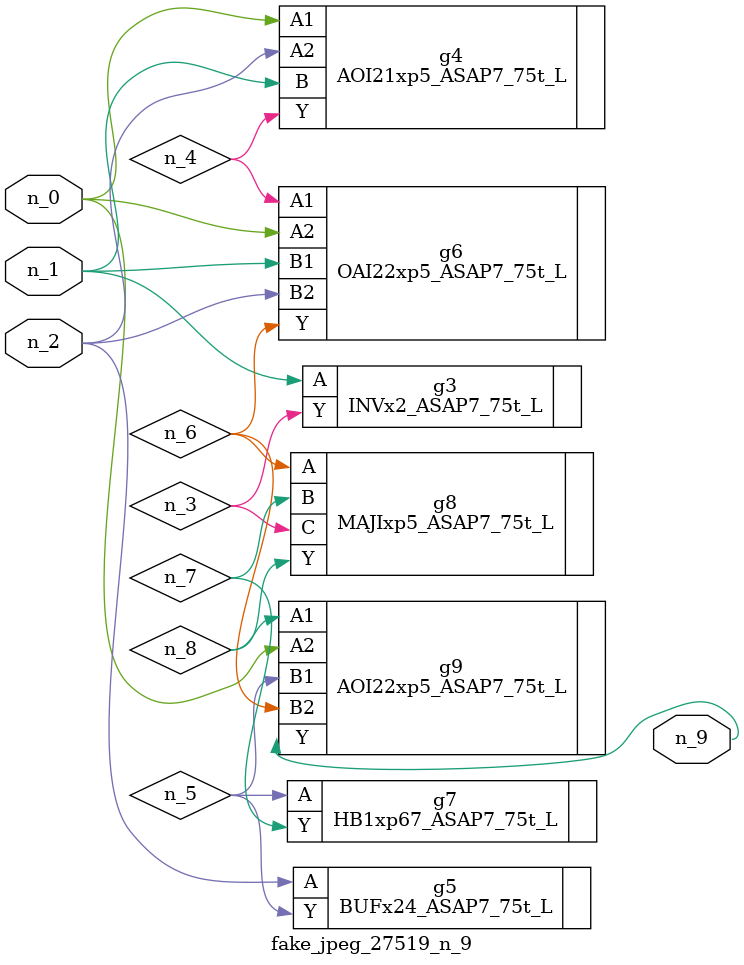
<source format=v>
module fake_jpeg_27519_n_9 (n_0, n_2, n_1, n_9);

input n_0;
input n_2;
input n_1;

output n_9;

wire n_3;
wire n_4;
wire n_8;
wire n_6;
wire n_5;
wire n_7;

INVx2_ASAP7_75t_L g3 ( 
.A(n_1),
.Y(n_3)
);

AOI21xp5_ASAP7_75t_L g4 ( 
.A1(n_0),
.A2(n_2),
.B(n_1),
.Y(n_4)
);

BUFx24_ASAP7_75t_L g5 ( 
.A(n_2),
.Y(n_5)
);

OAI22xp5_ASAP7_75t_L g6 ( 
.A1(n_4),
.A2(n_0),
.B1(n_1),
.B2(n_2),
.Y(n_6)
);

MAJIxp5_ASAP7_75t_L g8 ( 
.A(n_6),
.B(n_7),
.C(n_3),
.Y(n_8)
);

HB1xp67_ASAP7_75t_L g7 ( 
.A(n_5),
.Y(n_7)
);

AOI22xp5_ASAP7_75t_L g9 ( 
.A1(n_8),
.A2(n_0),
.B1(n_5),
.B2(n_6),
.Y(n_9)
);


endmodule
</source>
